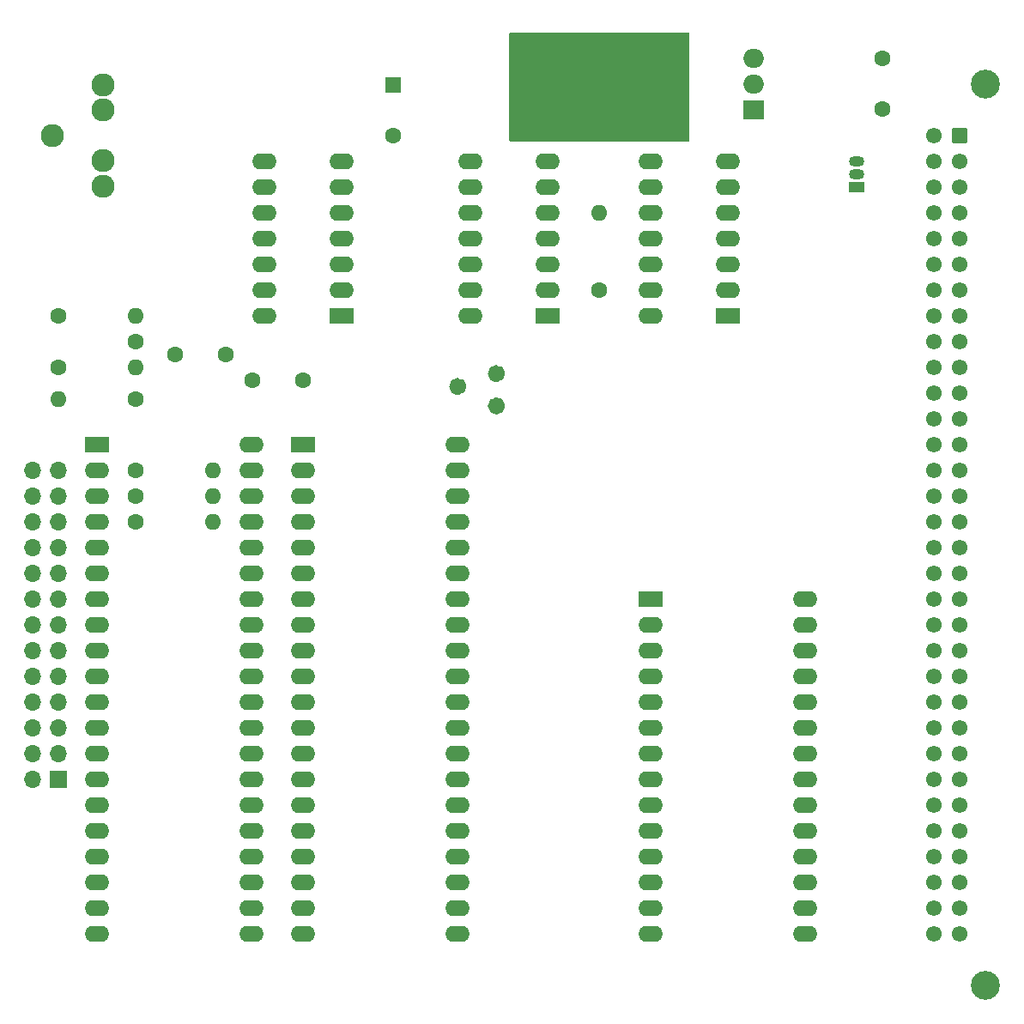
<source format=gbr>
%TF.GenerationSoftware,KiCad,Pcbnew,6.0.4-6f826c9f35~116~ubuntu21.10.1*%
%TF.CreationDate,2022-09-24T23:15:12+02:00*%
%TF.ProjectId,QL_Qsound10x10,514c5f51-736f-4756-9e64-31307831302e,rev?*%
%TF.SameCoordinates,Original*%
%TF.FileFunction,Soldermask,Top*%
%TF.FilePolarity,Negative*%
%FSLAX46Y46*%
G04 Gerber Fmt 4.6, Leading zero omitted, Abs format (unit mm)*
G04 Created by KiCad (PCBNEW 6.0.4-6f826c9f35~116~ubuntu21.10.1) date 2022-09-24 23:15:12*
%MOMM*%
%LPD*%
G01*
G04 APERTURE LIST*
G04 Aperture macros list*
%AMRoundRect*
0 Rectangle with rounded corners*
0 $1 Rounding radius*
0 $2 $3 $4 $5 $6 $7 $8 $9 X,Y pos of 4 corners*
0 Add a 4 corners polygon primitive as box body*
4,1,4,$2,$3,$4,$5,$6,$7,$8,$9,$2,$3,0*
0 Add four circle primitives for the rounded corners*
1,1,$1+$1,$2,$3*
1,1,$1+$1,$4,$5*
1,1,$1+$1,$6,$7*
1,1,$1+$1,$8,$9*
0 Add four rect primitives between the rounded corners*
20,1,$1+$1,$2,$3,$4,$5,0*
20,1,$1+$1,$4,$5,$6,$7,0*
20,1,$1+$1,$6,$7,$8,$9,0*
20,1,$1+$1,$8,$9,$2,$3,0*%
G04 Aperture macros list end*
%ADD10C,0.875000*%
%ADD11R,2.400000X1.600000*%
%ADD12O,2.400000X1.600000*%
%ADD13C,1.600000*%
%ADD14O,1.600000X1.600000*%
%ADD15R,1.500000X1.050000*%
%ADD16O,1.500000X1.050000*%
%ADD17R,1.700000X1.700000*%
%ADD18O,1.700000X1.700000*%
%ADD19C,2.286000*%
%ADD20O,3.500000X3.500000*%
%ADD21R,2.000000X1.905000*%
%ADD22O,2.000000X1.905000*%
%ADD23C,2.850000*%
%ADD24RoundRect,0.249999X-0.525001X0.525001X-0.525001X-0.525001X0.525001X-0.525001X0.525001X0.525001X0*%
%ADD25C,1.550000*%
%ADD26R,1.600000X1.600000*%
G04 APERTURE END LIST*
D10*
X141407500Y-78105000D02*
G75*
G03*
X141407500Y-78105000I-437500J0D01*
G01*
X145217500Y-76835000D02*
G75*
G03*
X145217500Y-76835000I-437500J0D01*
G01*
X145217500Y-80010000D02*
G75*
G03*
X145217500Y-80010000I-437500J0D01*
G01*
D11*
%TO.C,U7*%
X125730000Y-83820000D03*
D12*
X125730000Y-86360000D03*
X125730000Y-88900000D03*
X125730000Y-91440000D03*
X125730000Y-93980000D03*
X125730000Y-96520000D03*
X125730000Y-99060000D03*
X125730000Y-101600000D03*
X125730000Y-104140000D03*
X125730000Y-106680000D03*
X125730000Y-109220000D03*
X125730000Y-111760000D03*
X125730000Y-114300000D03*
X125730000Y-116840000D03*
X125730000Y-119380000D03*
X125730000Y-121920000D03*
X125730000Y-124460000D03*
X125730000Y-127000000D03*
X125730000Y-129540000D03*
X125730000Y-132080000D03*
X140970000Y-132080000D03*
X140970000Y-129540000D03*
X140970000Y-127000000D03*
X140970000Y-124460000D03*
X140970000Y-121920000D03*
X140970000Y-119380000D03*
X140970000Y-116840000D03*
X140970000Y-114300000D03*
X140970000Y-111760000D03*
X140970000Y-109220000D03*
X140970000Y-106680000D03*
X140970000Y-104140000D03*
X140970000Y-101600000D03*
X140970000Y-99060000D03*
X140970000Y-96520000D03*
X140970000Y-93980000D03*
X140970000Y-91440000D03*
X140970000Y-88900000D03*
X140970000Y-86360000D03*
X140970000Y-83820000D03*
%TD*%
D13*
%TO.C,C5*%
X120690000Y-77470000D03*
X125690000Y-77470000D03*
%TD*%
%TO.C,R5*%
X109220000Y-79375000D03*
D14*
X101600000Y-79375000D03*
%TD*%
D15*
%TO.C,Q1*%
X180340000Y-58420000D03*
D16*
X180340000Y-57150000D03*
X180340000Y-55880000D03*
%TD*%
D13*
%TO.C,R4*%
X109220000Y-88900000D03*
D14*
X116840000Y-88900000D03*
%TD*%
D13*
%TO.C,R6*%
X109220000Y-86360000D03*
D14*
X116840000Y-86360000D03*
%TD*%
D11*
%TO.C,U2*%
X149860000Y-71120000D03*
D12*
X149860000Y-68580000D03*
X149860000Y-66040000D03*
X149860000Y-63500000D03*
X149860000Y-60960000D03*
X149860000Y-58420000D03*
X149860000Y-55880000D03*
X142240000Y-55880000D03*
X142240000Y-58420000D03*
X142240000Y-60960000D03*
X142240000Y-63500000D03*
X142240000Y-66040000D03*
X142240000Y-68580000D03*
X142240000Y-71120000D03*
%TD*%
D17*
%TO.C,J2*%
X101605000Y-116840000D03*
D18*
X99065000Y-116840000D03*
X101605000Y-114300000D03*
X99065000Y-114300000D03*
X101605000Y-111760000D03*
X99065000Y-111760000D03*
X101605000Y-109220000D03*
X99065000Y-109220000D03*
X101605000Y-106680000D03*
X99065000Y-106680000D03*
X101605000Y-104140000D03*
X99065000Y-104140000D03*
X101605000Y-101600000D03*
X99065000Y-101600000D03*
X101605000Y-99060000D03*
X99065000Y-99060000D03*
X101605000Y-96520000D03*
X99065000Y-96520000D03*
X101605000Y-93980000D03*
X99065000Y-93980000D03*
X101605000Y-91440000D03*
X99065000Y-91440000D03*
X101605000Y-88900000D03*
X99065000Y-88900000D03*
X101605000Y-86360000D03*
X99065000Y-86360000D03*
%TD*%
D13*
%TO.C,C3*%
X118070000Y-74930000D03*
X113070000Y-74930000D03*
%TD*%
%TO.C,J4*%
X109220000Y-73660000D03*
%TD*%
%TO.C,R7*%
X101600000Y-71120000D03*
D14*
X109220000Y-71120000D03*
%TD*%
D13*
%TO.C,R2*%
X101600000Y-76200000D03*
D14*
X109220000Y-76200000D03*
%TD*%
D13*
%TO.C,R3*%
X109220000Y-91440000D03*
D14*
X116840000Y-91440000D03*
%TD*%
D13*
%TO.C,R1*%
X154940000Y-68580000D03*
D14*
X154940000Y-60960000D03*
%TD*%
D11*
%TO.C,U5*%
X129540000Y-71120000D03*
D12*
X129540000Y-68580000D03*
X129540000Y-66040000D03*
X129540000Y-63500000D03*
X129540000Y-60960000D03*
X129540000Y-58420000D03*
X129540000Y-55880000D03*
X121920000Y-55880000D03*
X121920000Y-58420000D03*
X121920000Y-60960000D03*
X121920000Y-63500000D03*
X121920000Y-66040000D03*
X121920000Y-68580000D03*
X121920000Y-71120000D03*
%TD*%
D19*
%TO.C,J3*%
X100965000Y-53340000D03*
X105965000Y-48340000D03*
X105965000Y-50840000D03*
X105965000Y-55840000D03*
X105965000Y-58340000D03*
%TD*%
D11*
%TO.C,U3*%
X167640000Y-71120000D03*
D12*
X167640000Y-68580000D03*
X167640000Y-66040000D03*
X167640000Y-63500000D03*
X167640000Y-60960000D03*
X167640000Y-58420000D03*
X167640000Y-55880000D03*
X160020000Y-55880000D03*
X160020000Y-58420000D03*
X160020000Y-60960000D03*
X160020000Y-63500000D03*
X160020000Y-66040000D03*
X160020000Y-68580000D03*
X160020000Y-71120000D03*
%TD*%
D13*
%TO.C,C2*%
X182880000Y-50760000D03*
X182880000Y-45760000D03*
%TD*%
D20*
%TO.C,U1*%
X153520000Y-48260000D03*
D21*
X170180000Y-50800000D03*
D22*
X170180000Y-48260000D03*
X170180000Y-45720000D03*
%TD*%
D11*
%TO.C,U6*%
X105410000Y-83820000D03*
D12*
X105410000Y-86360000D03*
X105410000Y-88900000D03*
X105410000Y-91440000D03*
X105410000Y-93980000D03*
X105410000Y-96520000D03*
X105410000Y-99060000D03*
X105410000Y-101600000D03*
X105410000Y-104140000D03*
X105410000Y-106680000D03*
X105410000Y-109220000D03*
X105410000Y-111760000D03*
X105410000Y-114300000D03*
X105410000Y-116840000D03*
X105410000Y-119380000D03*
X105410000Y-121920000D03*
X105410000Y-124460000D03*
X105410000Y-127000000D03*
X105410000Y-129540000D03*
X105410000Y-132080000D03*
X120650000Y-132080000D03*
X120650000Y-129540000D03*
X120650000Y-127000000D03*
X120650000Y-124460000D03*
X120650000Y-121920000D03*
X120650000Y-119380000D03*
X120650000Y-116840000D03*
X120650000Y-114300000D03*
X120650000Y-111760000D03*
X120650000Y-109220000D03*
X120650000Y-106680000D03*
X120650000Y-104140000D03*
X120650000Y-101600000D03*
X120650000Y-99060000D03*
X120650000Y-96520000D03*
X120650000Y-93980000D03*
X120650000Y-91440000D03*
X120650000Y-88900000D03*
X120650000Y-86360000D03*
X120650000Y-83820000D03*
%TD*%
D23*
%TO.C,J1*%
X193040000Y-48260000D03*
X193040000Y-137160000D03*
D24*
X190500000Y-53340000D03*
D25*
X190500000Y-55880000D03*
X190500000Y-58420000D03*
X190500000Y-60960000D03*
X190500000Y-63500000D03*
X190500000Y-66040000D03*
X190500000Y-68580000D03*
X190500000Y-71120000D03*
X190500000Y-73660000D03*
X190500000Y-76200000D03*
X190500000Y-78740000D03*
X190500000Y-81280000D03*
X190500000Y-83820000D03*
X190500000Y-86360000D03*
X190500000Y-88900000D03*
X190500000Y-91440000D03*
X190500000Y-93980000D03*
X190500000Y-96520000D03*
X190500000Y-99060000D03*
X190500000Y-101600000D03*
X190500000Y-104140000D03*
X190500000Y-106680000D03*
X190500000Y-109220000D03*
X190500000Y-111760000D03*
X190500000Y-114300000D03*
X190500000Y-116840000D03*
X190500000Y-119380000D03*
X190500000Y-121920000D03*
X190500000Y-124460000D03*
X190500000Y-127000000D03*
X190500000Y-129540000D03*
X190500000Y-132080000D03*
X187960000Y-53340000D03*
X187960000Y-55880000D03*
X187960000Y-58420000D03*
X187960000Y-60960000D03*
X187960000Y-63500000D03*
X187960000Y-66040000D03*
X187960000Y-68580000D03*
X187960000Y-71120000D03*
X187960000Y-73660000D03*
X187960000Y-76200000D03*
X187960000Y-78740000D03*
X187960000Y-81280000D03*
X187960000Y-83820000D03*
X187960000Y-86360000D03*
X187960000Y-88900000D03*
X187960000Y-91440000D03*
X187960000Y-93980000D03*
X187960000Y-96520000D03*
X187960000Y-99060000D03*
X187960000Y-101600000D03*
X187960000Y-104140000D03*
X187960000Y-106680000D03*
X187960000Y-109220000D03*
X187960000Y-111760000D03*
X187960000Y-114300000D03*
X187960000Y-116840000D03*
X187960000Y-119380000D03*
X187960000Y-121920000D03*
X187960000Y-124460000D03*
X187960000Y-127000000D03*
X187960000Y-129540000D03*
X187960000Y-132080000D03*
%TD*%
D26*
%TO.C,C4*%
X134620000Y-48340000D03*
D13*
X134620000Y-53340000D03*
%TD*%
D11*
%TO.C,U4*%
X160020000Y-99060000D03*
D12*
X160020000Y-101600000D03*
X160020000Y-104140000D03*
X160020000Y-106680000D03*
X160020000Y-109220000D03*
X160020000Y-111760000D03*
X160020000Y-114300000D03*
X160020000Y-116840000D03*
X160020000Y-119380000D03*
X160020000Y-121920000D03*
X160020000Y-124460000D03*
X160020000Y-127000000D03*
X160020000Y-129540000D03*
X160020000Y-132080000D03*
X175260000Y-132080000D03*
X175260000Y-129540000D03*
X175260000Y-127000000D03*
X175260000Y-124460000D03*
X175260000Y-121920000D03*
X175260000Y-119380000D03*
X175260000Y-116840000D03*
X175260000Y-114300000D03*
X175260000Y-111760000D03*
X175260000Y-109220000D03*
X175260000Y-106680000D03*
X175260000Y-104140000D03*
X175260000Y-101600000D03*
X175260000Y-99060000D03*
%TD*%
G36*
X163772121Y-43200002D02*
G01*
X163818614Y-43253658D01*
X163830000Y-43306000D01*
X163830000Y-53849000D01*
X163809998Y-53917121D01*
X163756342Y-53963614D01*
X163704000Y-53975000D01*
X146176000Y-53975000D01*
X146107879Y-53954998D01*
X146061386Y-53901342D01*
X146050000Y-53849000D01*
X146050000Y-43306000D01*
X146070002Y-43237879D01*
X146123658Y-43191386D01*
X146176000Y-43180000D01*
X163704000Y-43180000D01*
X163772121Y-43200002D01*
G37*
M02*

</source>
